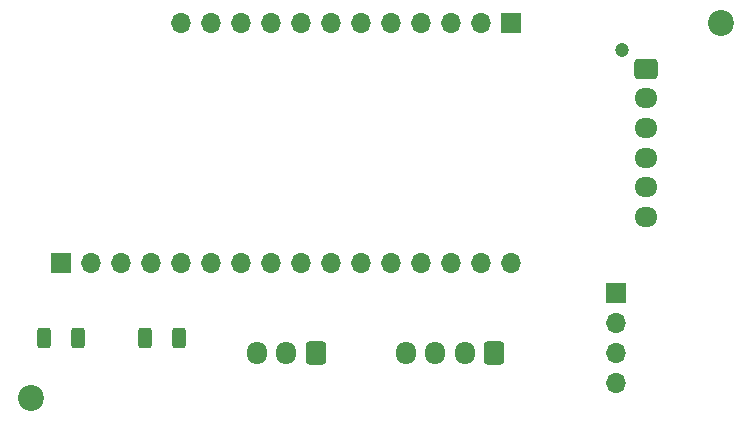
<source format=gbr>
%TF.GenerationSoftware,KiCad,Pcbnew,7.0.7*%
%TF.CreationDate,2024-04-28T08:46:17+01:00*%
%TF.ProjectId,LRF45,4c524634-352e-46b6-9963-61645f706362,rev?*%
%TF.SameCoordinates,Original*%
%TF.FileFunction,Soldermask,Top*%
%TF.FilePolarity,Negative*%
%FSLAX46Y46*%
G04 Gerber Fmt 4.6, Leading zero omitted, Abs format (unit mm)*
G04 Created by KiCad (PCBNEW 7.0.7) date 2024-04-28 08:46:17*
%MOMM*%
%LPD*%
G01*
G04 APERTURE LIST*
G04 Aperture macros list*
%AMRoundRect*
0 Rectangle with rounded corners*
0 $1 Rounding radius*
0 $2 $3 $4 $5 $6 $7 $8 $9 X,Y pos of 4 corners*
0 Add a 4 corners polygon primitive as box body*
4,1,4,$2,$3,$4,$5,$6,$7,$8,$9,$2,$3,0*
0 Add four circle primitives for the rounded corners*
1,1,$1+$1,$2,$3*
1,1,$1+$1,$4,$5*
1,1,$1+$1,$6,$7*
1,1,$1+$1,$8,$9*
0 Add four rect primitives between the rounded corners*
20,1,$1+$1,$2,$3,$4,$5,0*
20,1,$1+$1,$4,$5,$6,$7,0*
20,1,$1+$1,$6,$7,$8,$9,0*
20,1,$1+$1,$8,$9,$2,$3,0*%
G04 Aperture macros list end*
%ADD10R,1.700000X1.700000*%
%ADD11O,1.700000X1.700000*%
%ADD12RoundRect,0.250000X0.600000X0.725000X-0.600000X0.725000X-0.600000X-0.725000X0.600000X-0.725000X0*%
%ADD13O,1.700000X1.950000*%
%ADD14C,2.200000*%
%ADD15RoundRect,0.250000X0.312500X0.625000X-0.312500X0.625000X-0.312500X-0.625000X0.312500X-0.625000X0*%
%ADD16RoundRect,0.250000X-0.312500X-0.625000X0.312500X-0.625000X0.312500X0.625000X-0.312500X0.625000X0*%
%ADD17C,1.200000*%
%ADD18RoundRect,0.250000X-0.725000X0.600000X-0.725000X-0.600000X0.725000X-0.600000X0.725000X0.600000X0*%
%ADD19O,1.950000X1.700000*%
G04 APERTURE END LIST*
D10*
%TO.C,J2*%
X146050000Y-101600000D03*
D11*
X143510000Y-101600000D03*
X140970000Y-101600000D03*
X138430000Y-101600000D03*
X135890000Y-101600000D03*
X133350000Y-101600000D03*
X130810000Y-101600000D03*
X128270000Y-101600000D03*
X125730000Y-101600000D03*
X123190000Y-101600000D03*
X120650000Y-101600000D03*
X118110000Y-101600000D03*
%TD*%
D12*
%TO.C,J5*%
X129540000Y-129540000D03*
D13*
X127040000Y-129540000D03*
X124540000Y-129540000D03*
%TD*%
D10*
%TO.C,J1*%
X107950000Y-121920000D03*
D11*
X110490000Y-121920000D03*
X113030000Y-121920000D03*
X115570000Y-121920000D03*
X118110000Y-121920000D03*
X120650000Y-121920000D03*
X123190000Y-121920000D03*
X125730000Y-121920000D03*
X128270000Y-121920000D03*
X130810000Y-121920000D03*
X133350000Y-121920000D03*
X135890000Y-121920000D03*
X138430000Y-121920000D03*
X140970000Y-121920000D03*
X143510000Y-121920000D03*
X146050000Y-121920000D03*
%TD*%
D14*
%TO.C,REF\u002A\u002A*%
X105410000Y-133350000D03*
%TD*%
D15*
%TO.C,R2*%
X109412500Y-128270000D03*
X106487500Y-128270000D03*
%TD*%
D16*
%TO.C,R1*%
X115032500Y-128270000D03*
X117957500Y-128270000D03*
%TD*%
D14*
%TO.C,REF\u002A\u002A*%
X163830000Y-101600000D03*
%TD*%
D10*
%TO.C,J4*%
X154940000Y-124470000D03*
D11*
X154940000Y-127010000D03*
X154940000Y-129550000D03*
X154940000Y-132090000D03*
%TD*%
D12*
%TO.C,J3*%
X144660000Y-129540000D03*
D13*
X142160000Y-129540000D03*
X139660000Y-129540000D03*
X137160000Y-129540000D03*
%TD*%
D17*
%TO.C,J6*%
X155480000Y-103890000D03*
D18*
X157480000Y-105490000D03*
D19*
X157480000Y-107990000D03*
X157480000Y-110490000D03*
X157480000Y-112990000D03*
X157480000Y-115490000D03*
X157480000Y-117990000D03*
%TD*%
M02*

</source>
